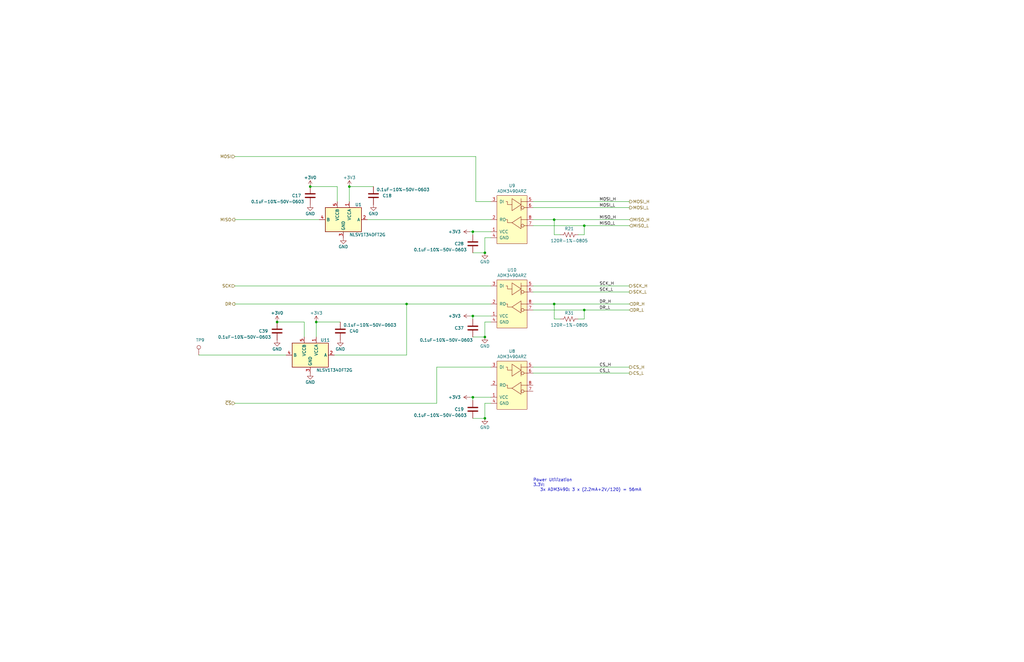
<source format=kicad_sch>
(kicad_sch (version 20230121) (generator eeschema)
  (paper "USLedger")
  (title_block (title "Pi Power Board 2") (date "2022-11-11") (rev "1") (company "971 Spartan Robotics"))
  (lib_symbols
    (symbol "Connector:TestPoint" (pin_numbers hide) (pin_names (offset 0.762) hide)
      (property "Reference" "TP" (at 0 6.858 0))
      (property "Value" "TestPoint" (at 0 5.08 0))
      (symbol "TestPoint_0_1"
        (circle (center 0 3.302) (radius 0.762))
      )
      (symbol "TestPoint_1_1"
        (pin passive line (at 0 0 90) (length 2.54) (name "1") (number "1"))
      )
    )
    (symbol "Device:C" (pin_numbers hide) (pin_names (offset 0.254))
      (property "Reference" "C" (at 0.635 2.54 0))
      (property "Value" "C" (at 0.635 -2.54 0))
      (symbol "C_0_1"
        (polyline (pts (xy -2.032 -0.762) (xy 2.032 -0.762)) (stroke (width 0.508)))
        (polyline (pts (xy -2.032 0.762) (xy 2.032 0.762)) (stroke (width 0.508)))
      )
      (symbol "C_1_1"
        (pin passive line (at 0 3.81 270) (length 2.794) (name "~") (number "1"))
        (pin passive line (at 0 -3.81 90) (length 2.794) (name "~") (number "2"))
      )
    )
    (symbol "Device:R_US" (pin_numbers hide) (pin_names (offset 0))
      (property "Reference" "R" (at 2.54 0 90))
      (property "Value" "R_US" (at -2.54 0 90))
      (symbol "R_US_0_1"
        (polyline (pts (xy 0 -2.286) (xy 0 -2.54)))
        (polyline (pts (xy 0 2.286) (xy 0 2.54)))
        (polyline (pts (xy 0 -0.762) (xy 1.016 -1.143) (xy 0 -1.524) (xy -1.016 -1.905) (xy 0 -2.286)))
        (polyline (pts (xy 0 0.762) (xy 1.016 0.381) (xy 0 0) (xy -1.016 -0.381) (xy 0 -0.762)))
        (polyline (pts (xy 0 2.286) (xy 1.016 1.905) (xy 0 1.524) (xy -1.016 1.143) (xy 0 0.762)))
      )
      (symbol "R_US_1_1"
        (pin passive line (at 0 3.81 270) (length 1.27) (name "~") (number "1"))
        (pin passive line (at 0 -3.81 90) (length 1.27) (name "~") (number "2"))
      )
    )
    (symbol "Logic_LevelTranslator:SN74AUP1T34DCK"
      (property "Reference" "U" (at -6.35 6.35 0))
      (property "Value" "SN74AUP1T34DCK" (at 11.43 6.35 0))
      (symbol "SN74AUP1T34DCK_0_1"
        (rectangle (start -7.62 -5.08) (end 7.62 5.08) (stroke (width 0.254)) (fill (type background)))
        (pin power_in line (at -2.54 7.62 270) (length 2.54) (name "VCCA") (number "1"))
        (pin input line (at -10.16 0 0) (length 2.54) (name "A") (number "2"))
        (pin power_in line (at 0 -7.62 90) (length 2.54) (name "GND") (number "3"))
        (pin output line (at 10.16 0 180) (length 2.54) (name "B") (number "4"))
        (pin power_in line (at 2.54 7.62 270) (length 2.54) (name "VCCB") (number "5"))
      )
    )
    (symbol "RspPiPicoIMU:ADM3490ARZ" (pin_names (offset 1.016))
      (property "Reference" "U" (at 1.27 1.27 0))
      (property "Value" "ADM3490ARZ" (at 6.35 -21.59 0))
      (symbol "ADM3490ARZ_0_1"
        (polyline (pts (xy 10.16 -10.16) (xy 12.7 -10.16)))
        (polyline (pts (xy 10.16 -1.27) (xy 10.16 -6.35)))
        (polyline (pts (xy 11.43 -12.7) (xy 12.7 -12.7)))
        (polyline (pts (xy 11.43 -5.08) (xy 12.7 -5.08)))
        (polyline (pts (xy 12.7 -2.54) (xy 10.16 -2.54)))
        (polyline (pts (xy 3.81 -2.54) (xy 4.445 -2.54) (xy 4.445 -3.81) (xy 6.35 -3.81)))
        (polyline (pts (xy 6.35 -11.43) (xy 4.445 -11.43) (xy 4.445 -10.16) (xy 3.81 -10.16)))
        (polyline (pts (xy 10.16 -8.89) (xy 10.16 -13.97) (xy 6.35 -11.43) (xy 10.16 -8.89)))
        (polyline (pts (xy 10.16 -3.81) (xy 6.35 -1.27) (xy 6.35 -6.35) (xy 10.16 -3.81)))
        (rectangle (start 0 0) (end 12.7 -20.32) (fill (type background)))
        (circle (center 10.795 -12.7) (radius 0.635))
        (circle (center 10.795 -5.08) (radius 0.635))
      )
      (symbol "ADM3490ARZ_1_1"
        (pin power_in line (at -2.54 -15.24 0) (length 2.54) (name "VCC") (number "1"))
        (pin output line (at -2.54 -10.16 0) (length 2.54) (name "RO") (number "2"))
        (pin input line (at -2.54 -2.54 0) (length 2.54) (name "DI") (number "3"))
        (pin passive line (at -2.54 -17.78 0) (length 2.54) (name "GND") (number "4"))
        (pin output line (at 15.24 -2.54 180) (length 2.54) (name "~") (number "5"))
        (pin output line (at 15.24 -5.08 180) (length 2.54) (name "~") (number "6"))
        (pin input line (at 15.24 -12.7 180) (length 2.54) (name "~") (number "7"))
        (pin input line (at 15.24 -10.16 180) (length 2.54) (name "~") (number "8"))
      )
    )
    (symbol "power:+3V0" (power) (pin_names (offset 0))
      (property "Value" "+3V0" (at 0 3.556 0))
      (symbol "+3V0_0_1"
        (polyline (pts (xy -0.762 1.27) (xy 0 2.54)))
        (polyline (pts (xy 0 0) (xy 0 2.54)))
        (polyline (pts (xy 0 2.54) (xy 0.762 1.27)))
      )
      (symbol "+3V0_1_1"
        (pin power_in line (at 0 0 90) (length 0) hide (name "+3V0") (number "1"))
      )
    )
    (symbol "power:+3V3" (power) (pin_names (offset 0))
      (property "Value" "+3V3" (at 0 3.556 0))
      (symbol "+3V3_0_1"
        (polyline (pts (xy -0.762 1.27) (xy 0 2.54)))
        (polyline (pts (xy 0 0) (xy 0 2.54)))
        (polyline (pts (xy 0 2.54) (xy 0.762 1.27)))
      )
      (symbol "+3V3_1_1"
        (pin power_in line (at 0 0 90) (length 0) hide (name "+3V3") (number "1"))
      )
    )
    (symbol "power:GND" (power) (pin_names (offset 0))
      (property "Value" "GND" (at 0 -3.81 0))
      (symbol "GND_0_1"
        (polyline (pts (xy 0 0) (xy 0 -1.27) (xy 1.27 -1.27) (xy 0 -2.54) (xy -1.27 -1.27) (xy 0 -1.27)))
      )
      (symbol "GND_1_1"
        (pin power_in line (at 0 0 270) (length 0) hide (name "GND") (number "1"))
      )
    )
  )
  (junction (at 204.47 176.53))
  (junction (at 116.84 135.89))
  (junction (at 133.35 135.89))
  (junction (at 171.45 128.27))
  (junction (at 246.38 130.81))
  (junction (at 147.32 78.74))
  (junction (at 204.47 106.68))
  (junction (at 233.68 92.71))
  (junction (at 130.81 78.74))
  (junction (at 233.68 128.27))
  (junction (at 199.39 167.64))
  (junction (at 204.47 142.24))
  (junction (at 246.38 95.25))
  (junction (at 199.39 133.35))
  (junction (at 199.39 97.79))
  (wire (pts (xy 128.27 135.89) (xy 128.27 142.24)))
  (wire (pts (xy 116.84 135.89) (xy 128.27 135.89)))
  (wire (pts (xy 83.82 149.86) (xy 120.65 149.86)))
  (wire (pts (xy 246.38 99.06) (xy 246.38 95.25)))
  (wire (pts (xy 198.12 133.35) (xy 199.39 133.35)))
  (wire (pts (xy 246.38 95.25) (xy 265.43 95.25)))
  (wire (pts (xy 199.39 133.35) (xy 199.39 134.62)))
  (wire (pts (xy 224.79 87.63) (xy 265.43 87.63)))
  (wire (pts (xy 236.22 134.62) (xy 233.68 134.62)))
  (wire (pts (xy 157.48 78.74) (xy 147.32 78.74)))
  (wire (pts (xy 199.39 133.35) (xy 207.01 133.35)))
  (wire (pts (xy 198.12 97.79) (xy 199.39 97.79)))
  (wire (pts (xy 204.47 176.53) (xy 199.39 176.53)))
  (wire (pts (xy 243.84 134.62) (xy 246.38 134.62)))
  (wire (pts (xy 99.06 170.18) (xy 184.15 170.18)))
  (wire (pts (xy 204.47 142.24) (xy 199.39 142.24)))
  (wire (pts (xy 143.51 135.89) (xy 133.35 135.89)))
  (wire (pts (xy 207.01 100.33) (xy 204.47 100.33)))
  (wire (pts (xy 130.81 78.74) (xy 142.24 78.74)))
  (wire (pts (xy 224.79 123.19) (xy 265.43 123.19)))
  (wire (pts (xy 142.24 78.74) (xy 142.24 85.09)))
  (wire (pts (xy 233.68 92.71) (xy 265.43 92.71)))
  (wire (pts (xy 99.06 120.65) (xy 207.01 120.65)))
  (wire (pts (xy 99.06 66.04) (xy 200.66 66.04)))
  (wire (pts (xy 204.47 135.89) (xy 204.47 142.24)))
  (wire (pts (xy 233.68 92.71) (xy 233.68 99.06)))
  (wire (pts (xy 224.79 154.94) (xy 265.43 154.94)))
  (wire (pts (xy 133.35 135.89) (xy 133.35 142.24)))
  (wire (pts (xy 184.15 170.18) (xy 184.15 154.94)))
  (wire (pts (xy 224.79 130.81) (xy 246.38 130.81)))
  (wire (pts (xy 233.68 128.27) (xy 265.43 128.27)))
  (wire (pts (xy 246.38 130.81) (xy 246.38 134.62)))
  (wire (pts (xy 199.39 97.79) (xy 199.39 99.06)))
  (wire (pts (xy 207.01 170.18) (xy 204.47 170.18)))
  (wire (pts (xy 171.45 149.86) (xy 171.45 128.27)))
  (wire (pts (xy 224.79 85.09) (xy 265.43 85.09)))
  (wire (pts (xy 204.47 100.33) (xy 204.47 106.68)))
  (wire (pts (xy 200.66 85.09) (xy 207.01 85.09)))
  (wire (pts (xy 204.47 106.68) (xy 199.39 106.68)))
  (wire (pts (xy 199.39 167.64) (xy 199.39 168.91)))
  (wire (pts (xy 224.79 92.71) (xy 233.68 92.71)))
  (wire (pts (xy 233.68 134.62) (xy 233.68 128.27)))
  (wire (pts (xy 200.66 66.04) (xy 200.66 85.09)))
  (wire (pts (xy 171.45 128.27) (xy 207.01 128.27)))
  (wire (pts (xy 236.22 99.06) (xy 233.68 99.06)))
  (wire (pts (xy 154.94 92.71) (xy 207.01 92.71)))
  (wire (pts (xy 199.39 167.64) (xy 207.01 167.64)))
  (wire (pts (xy 140.97 149.86) (xy 171.45 149.86)))
  (wire (pts (xy 99.06 128.27) (xy 171.45 128.27)))
  (wire (pts (xy 224.79 120.65) (xy 265.43 120.65)))
  (wire (pts (xy 224.79 128.27) (xy 233.68 128.27)))
  (wire (pts (xy 243.84 99.06) (xy 246.38 99.06)))
  (wire (pts (xy 224.79 95.25) (xy 246.38 95.25)))
  (wire (pts (xy 99.06 92.71) (xy 134.62 92.71)))
  (wire (pts (xy 207.01 135.89) (xy 204.47 135.89)))
  (wire (pts (xy 246.38 130.81) (xy 265.43 130.81)))
  (wire (pts (xy 224.79 157.48) (xy 265.43 157.48)))
  (wire (pts (xy 198.12 167.64) (xy 199.39 167.64)))
  (wire (pts (xy 204.47 170.18) (xy 204.47 176.53)))
  (wire (pts (xy 199.39 97.79) (xy 207.01 97.79)))
  (wire (pts (xy 147.32 78.74) (xy 147.32 85.09)))
  (wire (pts (xy 184.15 154.94) (xy 207.01 154.94)))
  (text "Power Utilization\n3.3V:\n   3x ADM3490: 3 x (2.2mA+2V/120) = 56mA\n\n" (at 224.79 209.55 0) (effects (font (size 1.27 1.27)) (justify left bottom)))
  (label "DR_L" (at 252.73 130.81 0))
  (label "CS_L" (at 252.73 157.48 0))
  (label "MOSI_H" (at 252.73 85.09 0))
  (label "SCK_L" (at 252.73 123.19 0))
  (label "MISO_H" (at 252.73 92.71 0))
  (label "MISO_L" (at 252.73 95.25 0))
  (label "SCK_H" (at 252.73 120.65 0))
  (label "CS_H" (at 252.73 154.94 0))
  (label "DR_H" (at 252.73 128.27 0))
  (label "MOSI_L" (at 252.73 87.63 0))
  (hierarchical_label "CS_L" (shape output) (at 265.43 157.48 0))
  (hierarchical_label "MISO" (shape output) (at 99.06 92.71 180))
  (hierarchical_label "MOSI_L" (shape output) (at 265.43 87.63 0))
  (hierarchical_label "CS_H" (shape output) (at 265.43 154.94 0))
  (hierarchical_label "DR_H" (shape input) (at 265.43 128.27 0))
  (hierarchical_label "SCK_H" (shape output) (at 265.43 120.65 0))
  (hierarchical_label "SCK_L" (shape output) (at 265.43 123.19 0))
  (hierarchical_label "SCK" (shape input) (at 99.06 120.65 180))
  (hierarchical_label "MISO_H" (shape input) (at 265.43 92.71 0))
  (hierarchical_label "DR" (shape output) (at 99.06 128.27 180))
  (hierarchical_label "MOSI" (shape input) (at 99.06 66.04 180))
  (hierarchical_label "~{CS}" (shape input) (at 99.06 170.18 180))
  (hierarchical_label "MOSI_H" (shape output) (at 265.43 85.09 0))
  (hierarchical_label "MISO_L" (shape input) (at 265.43 95.25 0))
  (hierarchical_label "DR_L" (shape input) (at 265.43 130.81 0))
  (symbol (lib_id "power:GND") (at 157.48 86.36 0) (unit 1)
    (property "Reference" "#PWR047" (effects hide))
    (property "Value" "GND" (at 157.48 90.17 0))
  )
  (symbol (lib_id "RspPiPicoIMU:ADM3490ARZ") (at 209.55 82.55 0) (unit 1)
    (property "Reference" "U9" (at 215.9 78.359 0))
    (property "Value" "ADM3490ARZ" (at 215.9 80.6704 0))
    (property "Footprint" "Package_SO:SO-8_3.9x4.9mm_P1.27mm" (effects hide))
    (property "Datasheet" "https://www.analog.com/media/en/technical-documentation/data-sheets/ADM3483_3485_3488_3490_3491.pdf" (effects hide))
    (property "MFG" "Analog Devices" (effects hide))
    (property "MFG P/N" "ADM3490ARZ" (effects hide))
  )
  (symbol (lib_id "Device:R_US") (at 240.03 99.06 90) (unit 1)
    (property "Reference" "R21" (at 240.03 96.52 90))
    (property "Value" "120R-1%-0805" (at 240.03 101.6 90))
    (property "Footprint" "Resistor_SMD:R_0805_2012Metric" (effects hide))
    (property "MFG" "Yageo" (effects hide))
    (property "MFG P/N" "RMCF0805FT120R" (effects hide))
  )
  (symbol (lib_id "Connector:TestPoint") (at 83.82 149.86 0) (unit 1)
    (property "Reference" "TP9" (at 82.55 143.51 0) (effects (justify left)))
    (property "Value" "+3.3V" (effects hide))
    (property "Footprint" "TestPoint:TestPoint_Keystone_5000-5004_Miniature" (effects hide))
    (property "Datasheet" "https://www.keyelco.com/userAssets/file/M65p56.pdf" (effects hide))
    (property "MFG" "Keystone Electronics" (effects hide))
    (property "MFG P/N" "5002" (effects hide))
  )
  (symbol (lib_id "power:GND") (at 204.47 142.24 0) (unit 1)
    (property "Reference" "#PWR053" (effects hide))
    (property "Value" "GND" (at 204.47 146.05 0))
  )
  (symbol (lib_id "power:+3V3") (at 147.32 78.74 0) (unit 1)
    (property "Reference" "#PWR045" (effects hide))
    (property "Value" "+3V3" (at 147.32 74.93 0))
  )
  (symbol (lib_id "Device:C") (at 143.51 139.7 0) (mirror y) (unit 1)
    (property "Reference" "C40" (at 147.32 139.7 0) (effects (justify right)))
    (property "Value" "0.1uF-10%-50V-0603" (at 144.78 137.16 0) (effects (justify right)))
    (property "Footprint" "Capacitor_SMD:C_0603_1608Metric" (effects hide))
    (property "MFG" "Samsung Electro-Mechanics" (effects hide))
    (property "MFG P/N" "CL10B104KB8NNNC" (effects hide))
  )
  (symbol (lib_id "RspPiPicoIMU:ADM3490ARZ") (at 209.55 118.11 0) (unit 1)
    (property "Reference" "U10" (at 215.9 113.919 0))
    (property "Value" "ADM3490ARZ" (at 215.9 116.2304 0))
    (property "Footprint" "Package_SO:SO-8_3.9x4.9mm_P1.27mm" (effects hide))
    (property "Datasheet" "https://www.analog.com/media/en/technical-documentation/data-sheets/ADM3483_3485_3488_3490_3491.pdf" (effects hide))
    (property "MFG" "Analog Devices" (effects hide))
    (property "MFG P/N" "ADM3490ARZ" (effects hide))
  )
  (symbol (lib_id "Device:C") (at 199.39 172.72 0) (unit 1)
    (property "Reference" "C19" (at 195.58 172.72 0) (effects (justify right)))
    (property "Value" "0.1uF-10%-50V-0603" (at 196.85 175.26 0) (effects (justify right)))
    (property "Footprint" "Capacitor_SMD:C_0603_1608Metric" (effects hide))
    (property "MFG" "Samsung Electro-Mechanics" (effects hide))
    (property "MFG P/N" "CL10B104KB8NNNC" (effects hide))
  )
  (symbol (lib_id "power:GND") (at 144.78 100.33 0) (unit 1)
    (property "Reference" "#PWR043" (effects hide))
    (property "Value" "GND" (at 144.78 104.14 0))
  )
  (symbol (lib_id "Device:C") (at 199.39 138.43 0) (unit 1)
    (property "Reference" "C37" (at 195.58 138.43 0) (effects (justify right)))
    (property "Value" "0.1uF-10%-50V-0603" (at 199.39 143.51 0) (effects (justify right)))
    (property "Footprint" "Capacitor_SMD:C_0603_1608Metric" (effects hide))
    (property "MFG" "Samsung Electro-Mechanics" (effects hide))
    (property "MFG P/N" "CL10B104KB8NNNC" (effects hide))
  )
  (symbol (lib_id "power:GND") (at 143.51 143.51 0) (unit 1)
    (property "Reference" "#PWR064" (effects hide))
    (property "Value" "GND" (at 143.51 147.32 0))
  )
  (symbol (lib_id "power:+3V3") (at 133.35 135.89 0) (unit 1)
    (property "Reference" "#PWR048" (effects hide))
    (property "Value" "+3V3" (at 133.35 132.08 0))
  )
  (symbol (lib_id "power:GND") (at 204.47 176.53 0) (unit 1)
    (property "Reference" "#PWR054" (effects hide))
    (property "Value" "GND" (at 204.47 180.34 0))
  )
  (symbol (lib_id "power:GND") (at 130.81 157.48 0) (unit 1)
    (property "Reference" "#PWR046" (effects hide))
    (property "Value" "GND" (at 130.81 161.29 0))
  )
  (symbol (lib_id "Device:C") (at 199.39 102.87 0) (unit 1)
    (property "Reference" "C28" (at 195.58 102.87 0) (effects (justify right)))
    (property "Value" "0.1uF-10%-50V-0603" (at 196.85 105.41 0) (effects (justify right)))
    (property "Footprint" "Capacitor_SMD:C_0603_1608Metric" (effects hide))
    (property "MFG" "Samsung Electro-Mechanics" (effects hide))
    (property "MFG P/N" "CL10B104KB8NNNC" (effects hide))
  )
  (symbol (lib_id "Logic_LevelTranslator:SN74AUP1T34DCK") (at 130.81 149.86 0) (mirror y) (unit 1)
    (property "Reference" "U11" (at 137.16 143.51 0))
    (property "Value" "NLSV1T34DFT2G" (at 133.35 156.21 0) (effects (justify right)))
    (property "Footprint" "Package_TO_SOT_SMD:SOT-353_SC-70-5" (effects hide))
    (property "Datasheet" "https://www.onsemi.com/pdf/datasheet/nlsv1t34-d.pdf" (effects hide))
    (property "MFG" "onsemi" (effects hide))
    (property "MFG P/N" "NLSV1T34DFT2G" (effects hide))
  )
  (symbol (lib_id "Device:R_US") (at 240.03 134.62 90) (unit 1)
    (property "Reference" "R31" (at 240.03 132.08 90))
    (property "Value" "120R-1%-0805" (at 240.03 137.16 90))
    (property "Footprint" "Resistor_SMD:R_0805_2012Metric" (effects hide))
    (property "MFG" "Yageo" (effects hide))
    (property "MFG P/N" "RMCF0805FT120R" (effects hide))
  )
  (symbol (lib_id "Device:C") (at 157.48 82.55 0) (mirror y) (unit 1)
    (property "Reference" "C18" (at 161.29 82.55 0) (effects (justify right)))
    (property "Value" "0.1uF-10%-50V-0603" (at 158.75 80.01 0) (effects (justify right)))
    (property "Footprint" "Capacitor_SMD:C_0603_1608Metric" (effects hide))
    (property "MFG" "Samsung Electro-Mechanics" (effects hide))
    (property "MFG P/N" "CL10B104KB8NNNC" (effects hide))
  )
  (symbol (lib_id "RspPiPicoIMU:ADM3490ARZ") (at 209.55 152.4 0) (unit 1)
    (property "Reference" "U8" (at 215.9 148.209 0))
    (property "Value" "ADM3490ARZ" (at 215.9 150.5204 0))
    (property "Footprint" "Package_SO:SO-8_3.9x4.9mm_P1.27mm" (effects hide))
    (property "Datasheet" "https://www.analog.com/media/en/technical-documentation/data-sheets/ADM3483_3485_3488_3490_3491.pdf" (effects hide))
    (property "MFG" "Analog Devices" (effects hide))
    (property "MFG P/N" "ADM3490ARZ" (effects hide))
  )
  (symbol (lib_id "power:+3V0") (at 130.81 78.74 0) (unit 1)
    (property "Reference" "#PWR039" (effects hide))
    (property "Value" "+3V0" (at 130.81 74.93 0))
  )
  (symbol (lib_id "power:GND") (at 204.47 106.68 0) (unit 1)
    (property "Reference" "#PWR052" (effects hide))
    (property "Value" "GND" (at 204.47 110.49 0))
  )
  (symbol (lib_id "Device:C") (at 130.81 82.55 0) (unit 1)
    (property "Reference" "C17" (at 127 82.55 0) (effects (justify right)))
    (property "Value" "0.1uF-10%-50V-0603" (at 128.27 85.09 0) (effects (justify right)))
    (property "Footprint" "Capacitor_SMD:C_0603_1608Metric" (effects hide))
    (property "MFG" "Samsung Electro-Mechanics" (effects hide))
    (property "MFG P/N" "CL10B104KB8NNNC" (effects hide))
  )
  (symbol (lib_id "power:+3V3") (at 198.12 133.35 90) (unit 1)
    (property "Reference" "#PWR050" (effects hide))
    (property "Value" "+3V3" (at 194.31 133.3499 90) (effects (justify left)))
  )
  (symbol (lib_id "Device:C") (at 116.84 139.7 0) (unit 1)
    (property "Reference" "C39" (at 113.03 139.7 0) (effects (justify right)))
    (property "Value" "0.1uF-10%-50V-0603" (at 114.3 142.24 0) (effects (justify right)))
    (property "Footprint" "Capacitor_SMD:C_0603_1608Metric" (effects hide))
    (property "MFG" "Samsung Electro-Mechanics" (effects hide))
    (property "MFG P/N" "CL10B104KB8NNNC" (effects hide))
  )
  (symbol (lib_id "Logic_LevelTranslator:SN74AUP1T34DCK") (at 144.78 92.71 0) (mirror y) (unit 1)
    (property "Reference" "U1" (at 151.13 86.36 0))
    (property "Value" "NLSV1T34DFT2G" (at 147.32 99.06 0) (effects (justify right)))
    (property "Footprint" "Package_TO_SOT_SMD:SOT-353_SC-70-5" (effects hide))
    (property "Datasheet" "https://www.onsemi.com/pdf/datasheet/nlsv1t34-d.pdf" (effects hide))
    (property "MFG" "onsemi" (effects hide))
    (property "MFG P/N" "NLSV1T34DFT2G" (effects hide))
  )
  (symbol (lib_id "power:GND") (at 116.84 143.51 0) (unit 1)
    (property "Reference" "#PWR044" (effects hide))
    (property "Value" "GND" (at 116.84 147.32 0))
  )
  (symbol (lib_id "power:+3V3") (at 198.12 97.79 90) (unit 1)
    (property "Reference" "#PWR049" (effects hide))
    (property "Value" "+3V3" (at 194.31 97.7899 90) (effects (justify left)))
  )
  (symbol (lib_id "power:+3V3") (at 198.12 167.64 90) (unit 1)
    (property "Reference" "#PWR051" (effects hide))
    (property "Value" "+3V3" (at 194.31 167.6399 90) (effects (justify left)))
  )
  (symbol (lib_id "power:+3V0") (at 116.84 135.89 0) (unit 1)
    (property "Reference" "#PWR042" (effects hide))
    (property "Value" "+3V0" (at 116.84 132.08 0))
  )
  (symbol (lib_id "power:GND") (at 130.81 86.36 0) (unit 1)
    (property "Reference" "#PWR040" (effects hide))
    (property "Value" "GND" (at 130.81 90.17 0))
  )
)
</source>
